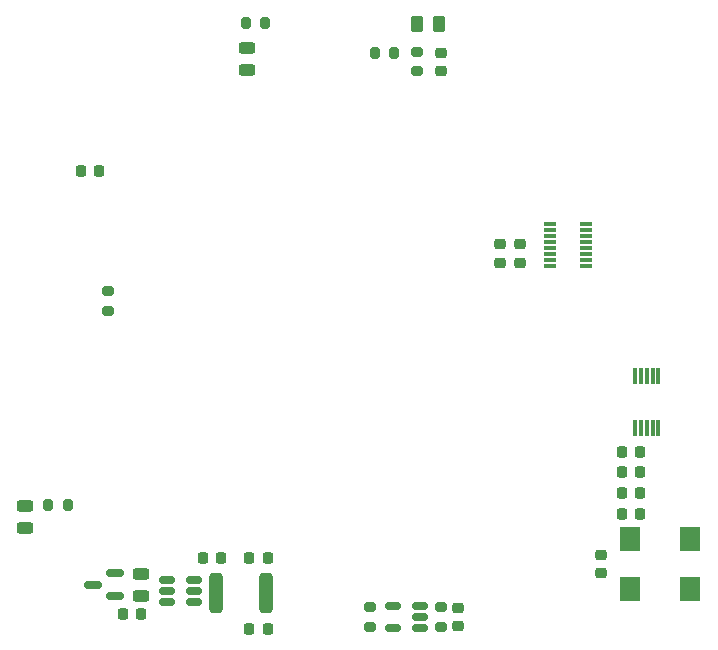
<source format=gbr>
%TF.GenerationSoftware,KiCad,Pcbnew,9.0.1*%
%TF.CreationDate,2025-04-02T11:20:44-04:00*%
%TF.ProjectId,Colossus_TI_rev_A,436f6c6f-7373-4757-935f-54495f726576,rev?*%
%TF.SameCoordinates,Original*%
%TF.FileFunction,Paste,Top*%
%TF.FilePolarity,Positive*%
%FSLAX46Y46*%
G04 Gerber Fmt 4.6, Leading zero omitted, Abs format (unit mm)*
G04 Created by KiCad (PCBNEW 9.0.1) date 2025-04-02 11:20:44*
%MOMM*%
%LPD*%
G01*
G04 APERTURE LIST*
G04 Aperture macros list*
%AMRoundRect*
0 Rectangle with rounded corners*
0 $1 Rounding radius*
0 $2 $3 $4 $5 $6 $7 $8 $9 X,Y pos of 4 corners*
0 Add a 4 corners polygon primitive as box body*
4,1,4,$2,$3,$4,$5,$6,$7,$8,$9,$2,$3,0*
0 Add four circle primitives for the rounded corners*
1,1,$1+$1,$2,$3*
1,1,$1+$1,$4,$5*
1,1,$1+$1,$6,$7*
1,1,$1+$1,$8,$9*
0 Add four rect primitives between the rounded corners*
20,1,$1+$1,$2,$3,$4,$5,0*
20,1,$1+$1,$4,$5,$6,$7,0*
20,1,$1+$1,$6,$7,$8,$9,0*
20,1,$1+$1,$8,$9,$2,$3,0*%
G04 Aperture macros list end*
%ADD10RoundRect,0.200000X-0.200000X-0.275000X0.200000X-0.275000X0.200000X0.275000X-0.200000X0.275000X0*%
%ADD11R,0.300000X1.400000*%
%ADD12RoundRect,0.150000X-0.512500X-0.150000X0.512500X-0.150000X0.512500X0.150000X-0.512500X0.150000X0*%
%ADD13RoundRect,0.250000X0.262500X0.450000X-0.262500X0.450000X-0.262500X-0.450000X0.262500X-0.450000X0*%
%ADD14RoundRect,0.150000X0.587500X0.150000X-0.587500X0.150000X-0.587500X-0.150000X0.587500X-0.150000X0*%
%ADD15RoundRect,0.225000X-0.225000X-0.250000X0.225000X-0.250000X0.225000X0.250000X-0.225000X0.250000X0*%
%ADD16RoundRect,0.250000X-0.312500X-1.450000X0.312500X-1.450000X0.312500X1.450000X-0.312500X1.450000X0*%
%ADD17RoundRect,0.200000X0.275000X-0.200000X0.275000X0.200000X-0.275000X0.200000X-0.275000X-0.200000X0*%
%ADD18RoundRect,0.243750X-0.456250X0.243750X-0.456250X-0.243750X0.456250X-0.243750X0.456250X0.243750X0*%
%ADD19RoundRect,0.225000X0.225000X0.250000X-0.225000X0.250000X-0.225000X-0.250000X0.225000X-0.250000X0*%
%ADD20RoundRect,0.225000X0.250000X-0.225000X0.250000X0.225000X-0.250000X0.225000X-0.250000X-0.225000X0*%
%ADD21RoundRect,0.150000X0.512500X0.150000X-0.512500X0.150000X-0.512500X-0.150000X0.512500X-0.150000X0*%
%ADD22R,1.800000X2.000000*%
%ADD23RoundRect,0.225000X-0.250000X0.225000X-0.250000X-0.225000X0.250000X-0.225000X0.250000X0.225000X0*%
%ADD24RoundRect,0.200000X-0.275000X0.200000X-0.275000X-0.200000X0.275000X-0.200000X0.275000X0.200000X0*%
%ADD25R,0.977900X0.304800*%
G04 APERTURE END LIST*
D10*
%TO.C,R6*%
X55425000Y-95250000D03*
X57075000Y-95250000D03*
%TD*%
D11*
%TO.C,U2*%
X105100000Y-88740000D03*
X105600000Y-88740000D03*
X106100000Y-88740000D03*
X106600000Y-88740000D03*
X107100000Y-88740000D03*
X107100000Y-84340000D03*
X106600000Y-84340000D03*
X106100000Y-84340000D03*
X105600000Y-84340000D03*
X105100000Y-84340000D03*
%TD*%
D12*
%TO.C,U4*%
X65500000Y-101599998D03*
X65500000Y-102549998D03*
X65500000Y-103499998D03*
X67775000Y-103499998D03*
X67775000Y-102549998D03*
X67775000Y-101599998D03*
%TD*%
D13*
%TO.C,TH1*%
X88500000Y-54500000D03*
X86675000Y-54500000D03*
%TD*%
D14*
%TO.C,Q1*%
X61125000Y-102949998D03*
X61125000Y-101049998D03*
X59250000Y-101999998D03*
%TD*%
D10*
%TO.C,R5*%
X72175000Y-54437500D03*
X73825000Y-54437500D03*
%TD*%
D15*
%TO.C,C5*%
X103975000Y-96000000D03*
X105525000Y-96000000D03*
%TD*%
D16*
%TO.C,L1*%
X69612500Y-102749998D03*
X73887500Y-102749998D03*
%TD*%
D17*
%TO.C,R3*%
X82655000Y-105565000D03*
X82655000Y-103915000D03*
%TD*%
D15*
%TO.C,C4*%
X104025000Y-90760000D03*
X105575000Y-90760000D03*
%TD*%
D18*
%TO.C,F1*%
X63250000Y-101062500D03*
X63250000Y-102937500D03*
%TD*%
D17*
%TO.C,R2*%
X86675000Y-58550000D03*
X86675000Y-56900000D03*
%TD*%
D19*
%TO.C,C11*%
X63275000Y-104500000D03*
X61725000Y-104500000D03*
%TD*%
D20*
%TO.C,C3*%
X102250000Y-101025000D03*
X102250000Y-99475000D03*
%TD*%
D19*
%TO.C,C10*%
X59775000Y-67000000D03*
X58225000Y-67000000D03*
%TD*%
D21*
%TO.C,U3*%
X86887500Y-105700000D03*
X86887500Y-104750000D03*
X86887500Y-103800000D03*
X84612500Y-103800000D03*
X84612500Y-105700000D03*
%TD*%
D18*
%TO.C,D1*%
X72250000Y-56562500D03*
X72250000Y-58437500D03*
%TD*%
D19*
%TO.C,C13*%
X74025000Y-105749998D03*
X72475000Y-105749998D03*
%TD*%
D22*
%TO.C,Y1*%
X104710000Y-102350000D03*
X109790000Y-102350000D03*
X109790000Y-98150000D03*
X104710000Y-98150000D03*
%TD*%
D19*
%TO.C,C7*%
X105550000Y-92500000D03*
X104000000Y-92500000D03*
%TD*%
D17*
%TO.C,R7*%
X60500000Y-78825000D03*
X60500000Y-77175000D03*
%TD*%
D23*
%TO.C,C8*%
X88675000Y-56950000D03*
X88675000Y-58500000D03*
%TD*%
%TO.C,C2*%
X93663900Y-73200000D03*
X93663900Y-74750000D03*
%TD*%
D19*
%TO.C,C14*%
X74025000Y-99749998D03*
X72475000Y-99749998D03*
%TD*%
D10*
%TO.C,R1*%
X83100000Y-57000000D03*
X84750000Y-57000000D03*
%TD*%
D15*
%TO.C,C12*%
X68500000Y-99749998D03*
X70050000Y-99749998D03*
%TD*%
D23*
%TO.C,C9*%
X90155000Y-103965000D03*
X90155000Y-105515000D03*
%TD*%
D24*
%TO.C,R4*%
X88655000Y-103915000D03*
X88655000Y-105565000D03*
%TD*%
D18*
%TO.C,D2*%
X53500000Y-95312500D03*
X53500000Y-97187500D03*
%TD*%
D23*
%TO.C,C1*%
X95413900Y-73200000D03*
X95413900Y-74750000D03*
%TD*%
D15*
%TO.C,C6*%
X104025000Y-94250000D03*
X105575000Y-94250000D03*
%TD*%
D25*
%TO.C,U1*%
X97913900Y-71499622D03*
X97913900Y-71999748D03*
X97913900Y-72499874D03*
X97913900Y-73000000D03*
X97913900Y-73500126D03*
X97913900Y-74000252D03*
X97913900Y-74500378D03*
X97913900Y-75000504D03*
X101000000Y-75000504D03*
X101000000Y-74500378D03*
X101000000Y-74000252D03*
X101000000Y-73500126D03*
X101000000Y-73000000D03*
X101000000Y-72499874D03*
X101000000Y-71999748D03*
X101000000Y-71499622D03*
%TD*%
M02*

</source>
